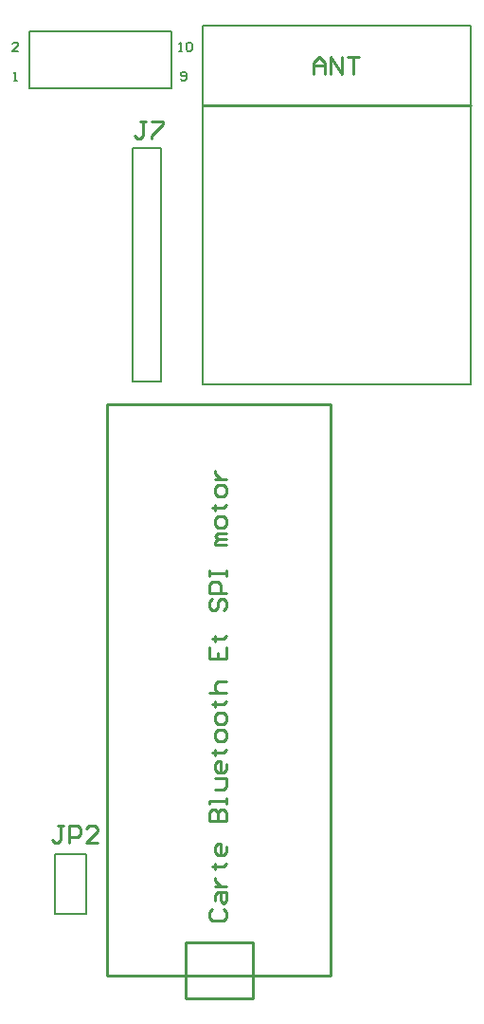
<source format=gto>
G04*
G04 #@! TF.GenerationSoftware,Altium Limited,Altium Designer,19.1.5 (86)*
G04*
G04 Layer_Color=65535*
%FSLAX25Y25*%
%MOIN*%
G70*
G01*
G75*
%ADD10C,0.00787*%
%ADD11C,0.01000*%
%ADD12C,0.00800*%
D10*
X25098Y31240D02*
Y52264D01*
X36122Y31240D02*
Y52264D01*
X25098Y31240D02*
X36122D01*
X25098Y52264D02*
X36122D01*
X52382Y218295D02*
Y300295D01*
Y218295D02*
X62382D01*
Y300295D01*
X52382D02*
X62382D01*
X77067Y217224D02*
Y343209D01*
Y217224D02*
X171555D01*
Y343209D01*
X126279D02*
X171555D01*
X77067D02*
X106594D01*
X126279D01*
X16004Y321122D02*
X66004D01*
X16004Y341122D02*
X66004D01*
X16004Y321122D02*
Y341122D01*
X66004Y321122D02*
Y341122D01*
D11*
X43465Y9488D02*
X122205D01*
Y210276D01*
X43465D02*
X122205D01*
X43465Y9488D02*
Y210276D01*
X71024Y1614D02*
Y21299D01*
X94646D01*
Y1614D02*
Y21299D01*
X71024Y1614D02*
X94646D01*
X77067Y315224D02*
X171555D01*
X80336Y33034D02*
X79337Y32035D01*
Y30035D01*
X80336Y29035D01*
X84335D01*
X85335Y30035D01*
Y32035D01*
X84335Y33034D01*
X81336Y36033D02*
Y38032D01*
X82336Y39032D01*
X85335D01*
Y36033D01*
X84335Y35034D01*
X83335Y36033D01*
Y39032D01*
X81336Y41032D02*
X85335D01*
X83335D01*
X82336Y42031D01*
X81336Y43031D01*
Y44031D01*
X80336Y48029D02*
X81336D01*
Y47030D01*
Y49029D01*
Y48029D01*
X84335D01*
X85335Y49029D01*
Y55027D02*
Y53028D01*
X84335Y52028D01*
X82336D01*
X81336Y53028D01*
Y55027D01*
X82336Y56027D01*
X83335D01*
Y52028D01*
X79337Y64024D02*
X85335D01*
Y67023D01*
X84335Y68023D01*
X83335D01*
X82336Y67023D01*
Y64024D01*
Y67023D01*
X81336Y68023D01*
X80336D01*
X79337Y67023D01*
Y64024D01*
X85335Y70022D02*
Y72022D01*
Y71022D01*
X79337D01*
Y70022D01*
X81336Y75021D02*
X84335D01*
X85335Y76020D01*
Y79019D01*
X81336D01*
X85335Y84018D02*
Y82018D01*
X84335Y81019D01*
X82336D01*
X81336Y82018D01*
Y84018D01*
X82336Y85017D01*
X83335D01*
Y81019D01*
X80336Y88016D02*
X81336D01*
Y87017D01*
Y89016D01*
Y88016D01*
X84335D01*
X85335Y89016D01*
Y93015D02*
Y95014D01*
X84335Y96014D01*
X82336D01*
X81336Y95014D01*
Y93015D01*
X82336Y92015D01*
X84335D01*
X85335Y93015D01*
Y99013D02*
Y101012D01*
X84335Y102012D01*
X82336D01*
X81336Y101012D01*
Y99013D01*
X82336Y98013D01*
X84335D01*
X85335Y99013D01*
X80336Y105011D02*
X81336D01*
Y104011D01*
Y106010D01*
Y105011D01*
X84335D01*
X85335Y106010D01*
X79337Y109010D02*
X85335D01*
X82336D01*
X81336Y110009D01*
Y112009D01*
X82336Y113008D01*
X85335D01*
X79337Y125004D02*
Y121006D01*
X85335D01*
Y125004D01*
X82336Y121006D02*
Y123005D01*
X80336Y128003D02*
X81336D01*
Y127004D01*
Y129003D01*
Y128003D01*
X84335D01*
X85335Y129003D01*
X80336Y141999D02*
X79337Y140999D01*
Y139000D01*
X80336Y138000D01*
X81336D01*
X82336Y139000D01*
Y140999D01*
X83335Y141999D01*
X84335D01*
X85335Y140999D01*
Y139000D01*
X84335Y138000D01*
X85335Y143998D02*
X79337D01*
Y146997D01*
X80336Y147997D01*
X82336D01*
X83335Y146997D01*
Y143998D01*
X79337Y149996D02*
Y151996D01*
Y150996D01*
X85335D01*
Y149996D01*
Y151996D01*
Y160993D02*
X81336D01*
Y161992D01*
X82336Y162992D01*
X85335D01*
X82336D01*
X81336Y163992D01*
X82336Y164991D01*
X85335D01*
Y167991D02*
Y169990D01*
X84335Y170990D01*
X82336D01*
X81336Y169990D01*
Y167991D01*
X82336Y166991D01*
X84335D01*
X85335Y167991D01*
X80336Y173988D02*
X81336D01*
Y172989D01*
Y174988D01*
Y173988D01*
X84335D01*
X85335Y174988D01*
Y178987D02*
Y180986D01*
X84335Y181986D01*
X82336D01*
X81336Y180986D01*
Y178987D01*
X82336Y177987D01*
X84335D01*
X85335Y178987D01*
X81336Y183985D02*
X85335D01*
X83335D01*
X82336Y184985D01*
X81336Y185985D01*
Y186984D01*
X116067Y326224D02*
Y330223D01*
X118066Y332222D01*
X120066Y330223D01*
Y326224D01*
Y329223D01*
X116067D01*
X122065Y326224D02*
Y332222D01*
X126064Y326224D01*
Y332222D01*
X128063D02*
X132062D01*
X130062D01*
Y326224D01*
X28014Y62297D02*
X26015D01*
X27015D01*
Y57299D01*
X26015Y56299D01*
X25015D01*
X24016Y57299D01*
X30014Y56299D02*
Y62297D01*
X33013D01*
X34012Y61298D01*
Y59298D01*
X33013Y58299D01*
X30014D01*
X40011Y56299D02*
X36012D01*
X40011Y60298D01*
Y61298D01*
X39011Y62297D01*
X37012D01*
X36012Y61298D01*
X56947Y309708D02*
X54948D01*
X55948D01*
Y304710D01*
X54948Y303710D01*
X53948D01*
X52949Y304710D01*
X58947Y309708D02*
X62946D01*
Y308709D01*
X58947Y304710D01*
Y303710D01*
D12*
X68898Y334252D02*
X69897D01*
X69397D01*
Y337251D01*
X68898Y336751D01*
X71397D02*
X71897Y337251D01*
X72896D01*
X73396Y336751D01*
Y334752D01*
X72896Y334252D01*
X71897D01*
X71397Y334752D01*
Y336751D01*
X69291Y324516D02*
X69791Y324016D01*
X70791D01*
X71291Y324516D01*
Y326515D01*
X70791Y327015D01*
X69791D01*
X69291Y326515D01*
Y326015D01*
X69791Y325515D01*
X71291D01*
X10630Y324016D02*
X11630D01*
X11130D01*
Y327015D01*
X10630Y326515D01*
X12236Y334252D02*
X10236D01*
X12236Y336251D01*
Y336751D01*
X11736Y337251D01*
X10736D01*
X10236Y336751D01*
M02*

</source>
